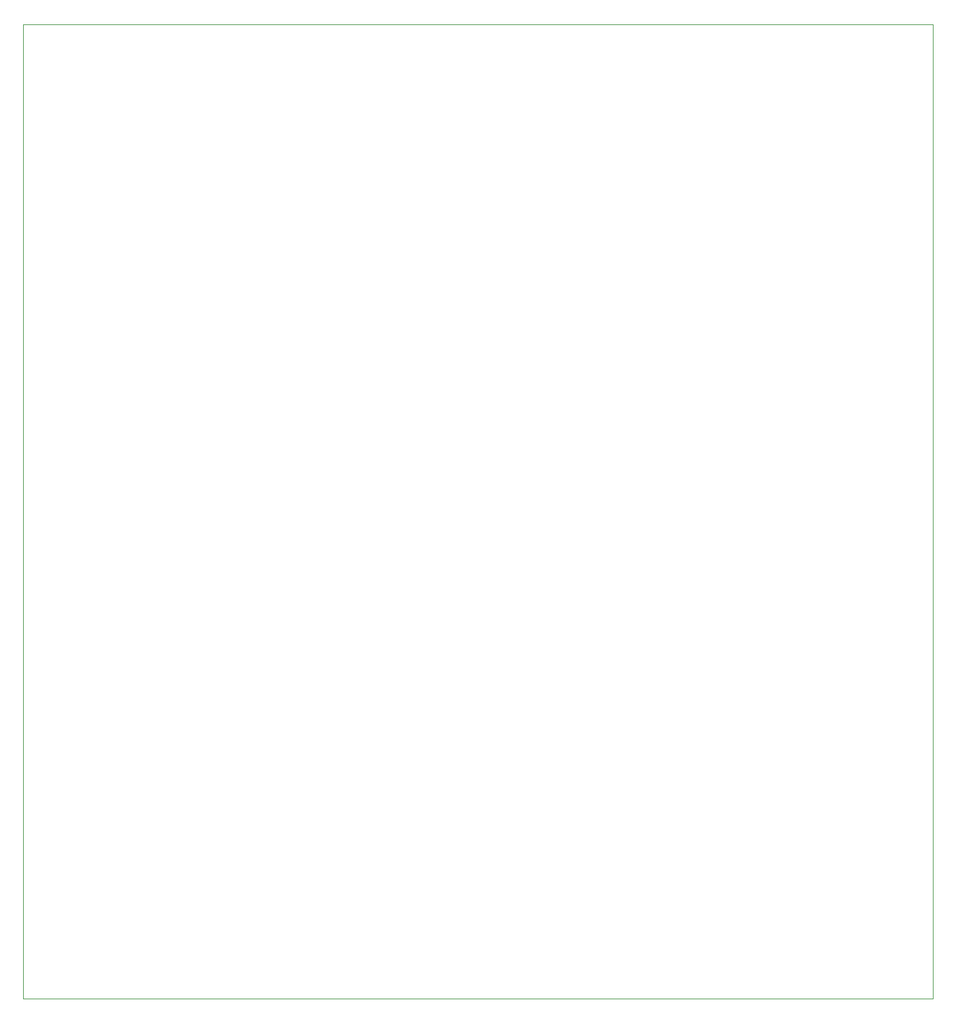
<source format=gbr>
G04 #@! TF.GenerationSoftware,KiCad,Pcbnew,(6.0.6)*
G04 #@! TF.CreationDate,2022-11-24T12:53:55+00:00*
G04 #@! TF.ProjectId,Drumbox,4472756d-626f-4782-9e6b-696361645f70,rev?*
G04 #@! TF.SameCoordinates,Original*
G04 #@! TF.FileFunction,Profile,NP*
%FSLAX46Y46*%
G04 Gerber Fmt 4.6, Leading zero omitted, Abs format (unit mm)*
G04 Created by KiCad (PCBNEW (6.0.6)) date 2022-11-24 12:53:55*
%MOMM*%
%LPD*%
G01*
G04 APERTURE LIST*
G04 #@! TA.AperFunction,Profile*
%ADD10C,0.050000*%
G04 #@! TD*
G04 APERTURE END LIST*
D10*
X42000000Y-36500000D02*
X42000000Y-165000000D01*
X42000000Y-36500000D02*
X162000000Y-36500000D01*
X162000000Y-36500000D02*
X162000000Y-165000000D01*
X162000000Y-165000000D02*
X42000000Y-165000000D01*
M02*

</source>
